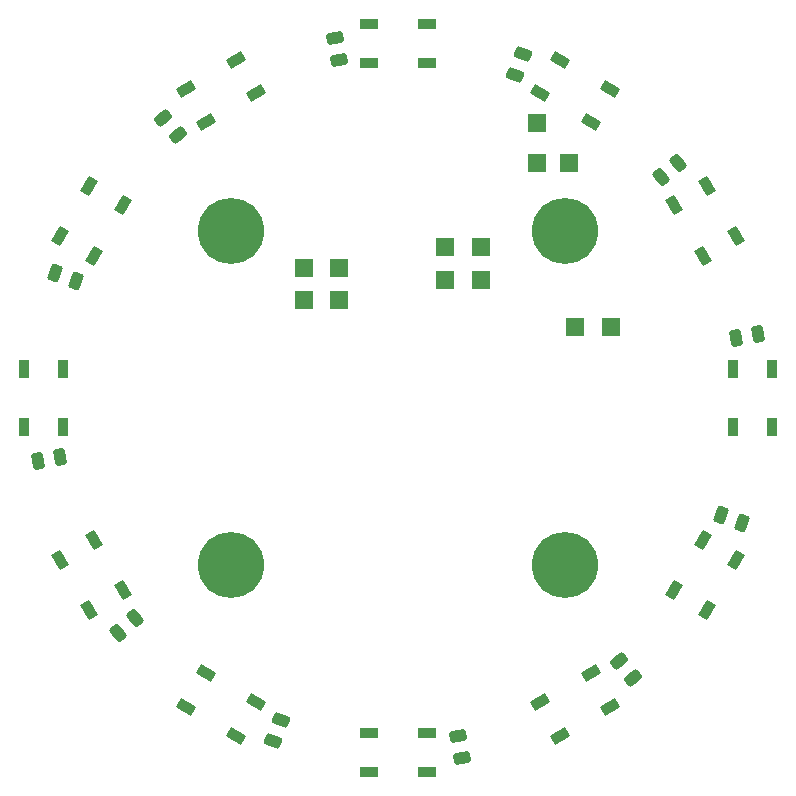
<source format=gbr>
%TF.GenerationSoftware,KiCad,Pcbnew,8.0.7*%
%TF.CreationDate,2024-12-28T18:39:16-05:00*%
%TF.ProjectId,nob,6e6f622e-6b69-4636-9164-5f7063625858,rev?*%
%TF.SameCoordinates,Original*%
%TF.FileFunction,Soldermask,Bot*%
%TF.FilePolarity,Negative*%
%FSLAX46Y46*%
G04 Gerber Fmt 4.6, Leading zero omitted, Abs format (unit mm)*
G04 Created by KiCad (PCBNEW 8.0.7) date 2024-12-28 18:39:16*
%MOMM*%
%LPD*%
G01*
G04 APERTURE LIST*
G04 Aperture macros list*
%AMRoundRect*
0 Rectangle with rounded corners*
0 $1 Rounding radius*
0 $2 $3 $4 $5 $6 $7 $8 $9 X,Y pos of 4 corners*
0 Add a 4 corners polygon primitive as box body*
4,1,4,$2,$3,$4,$5,$6,$7,$8,$9,$2,$3,0*
0 Add four circle primitives for the rounded corners*
1,1,$1+$1,$2,$3*
1,1,$1+$1,$4,$5*
1,1,$1+$1,$6,$7*
1,1,$1+$1,$8,$9*
0 Add four rect primitives between the rounded corners*
20,1,$1+$1,$2,$3,$4,$5,0*
20,1,$1+$1,$4,$5,$6,$7,0*
20,1,$1+$1,$6,$7,$8,$9,0*
20,1,$1+$1,$8,$9,$2,$3,0*%
G04 Aperture macros list end*
%ADD10RoundRect,0.250000X0.550000X0.550000X-0.550000X0.550000X-0.550000X-0.550000X0.550000X-0.550000X0*%
%ADD11RoundRect,0.250000X-0.550000X-0.550000X0.550000X-0.550000X0.550000X0.550000X-0.550000X0.550000X0*%
%ADD12C,3.600000*%
%ADD13C,5.600000*%
%ADD14RoundRect,0.250000X0.397383X0.360849X-0.072464X0.531859X-0.397383X-0.360849X0.072464X-0.531859X0*%
%ADD15RoundRect,0.250000X0.511196X-0.163719X0.424372X0.328685X-0.511196X0.163719X-0.424372X-0.328685X0*%
%ADD16RoundRect,0.250000X0.163719X0.511196X-0.328685X0.424372X-0.163719X-0.511196X0.328685X-0.424372X0*%
%ADD17RoundRect,0.090000X0.391577X0.641769X-0.751577X-0.018231X-0.391577X-0.641769X0.751577X0.018231X0*%
%ADD18RoundRect,0.090000X-0.360000X0.660000X-0.360000X-0.660000X0.360000X-0.660000X0.360000X0.660000X0*%
%ADD19RoundRect,0.090000X0.751577X-0.018231X-0.391577X0.641769X-0.751577X0.018231X0.391577X-0.641769X0*%
%ADD20RoundRect,0.090000X-0.660000X-0.360000X0.660000X-0.360000X0.660000X0.360000X-0.660000X0.360000X0*%
%ADD21RoundRect,0.090000X0.660000X0.360000X-0.660000X0.360000X-0.660000X-0.360000X0.660000X-0.360000X0*%
%ADD22RoundRect,0.250000X-0.163719X-0.511196X0.328685X-0.424372X0.163719X0.511196X-0.328685X0.424372X0*%
%ADD23RoundRect,0.250000X-0.113813X0.524568X-0.496835X0.203174X0.113813X-0.524568X0.496835X-0.203174X0*%
%ADD24RoundRect,0.090000X-0.641769X0.391577X0.018231X-0.751577X0.641769X-0.391577X-0.018231X0.751577X0*%
%ADD25RoundRect,0.250000X0.360849X-0.397383X0.531859X0.072464X-0.360849X0.397383X-0.531859X-0.072464X0*%
%ADD26RoundRect,0.090000X0.641769X-0.391577X-0.018231X0.751577X-0.641769X0.391577X0.018231X-0.751577X0*%
%ADD27RoundRect,0.090000X0.018231X0.751577X-0.641769X-0.391577X-0.018231X-0.751577X0.641769X0.391577X0*%
%ADD28RoundRect,0.090000X-0.751577X0.018231X0.391577X-0.641769X0.751577X-0.018231X-0.391577X0.641769X0*%
%ADD29RoundRect,0.250000X0.113813X-0.524568X0.496835X-0.203174X-0.113813X0.524568X-0.496835X0.203174X0*%
%ADD30RoundRect,0.090000X0.360000X-0.660000X0.360000X0.660000X-0.360000X0.660000X-0.360000X-0.660000X0*%
%ADD31RoundRect,0.250000X-0.360849X0.397383X-0.531859X-0.072464X0.360849X-0.397383X0.531859X0.072464X0*%
%ADD32RoundRect,0.250000X0.524568X0.113813X0.203174X0.496835X-0.524568X-0.113813X-0.203174X-0.496835X0*%
%ADD33RoundRect,0.250000X-0.511196X0.163719X-0.424372X-0.328685X0.511196X-0.163719X0.424372X0.328685X0*%
%ADD34RoundRect,0.090000X-0.018231X-0.751577X0.641769X0.391577X0.018231X0.751577X-0.641769X-0.391577X0*%
%ADD35RoundRect,0.250000X-0.524568X-0.113813X-0.203174X-0.496835X0.524568X0.113813X0.203174X0.496835X0*%
%ADD36RoundRect,0.090000X-0.391577X-0.641769X0.751577X0.018231X0.391577X0.641769X-0.751577X-0.018231X0*%
%ADD37RoundRect,0.250000X-0.397383X-0.360849X0.072464X-0.531859X0.397383X0.360849X-0.072464X0.531859X0*%
G04 APERTURE END LIST*
D10*
%TO.C,G8*%
X137000000Y-60000000D03*
%TD*%
D11*
%TO.C,G9*%
X137000000Y-57250000D03*
%TD*%
D10*
%TO.C,P0*%
X141750000Y-50150000D03*
%TD*%
D12*
%TO.C,H3*%
X115857864Y-55857864D03*
D13*
X115857864Y-55857864D03*
%TD*%
D12*
%TO.C,H2*%
X115857864Y-84142136D03*
D13*
X115857864Y-84142136D03*
%TD*%
D11*
%TO.C,G2*%
X122000000Y-59000000D03*
%TD*%
D12*
%TO.C,H1*%
X144142136Y-84142136D03*
D13*
X144142136Y-84142136D03*
%TD*%
D11*
%TO.C,G3*%
X125000000Y-61750000D03*
%TD*%
D10*
%TO.C,G7*%
X134000000Y-60000000D03*
%TD*%
D11*
%TO.C,P1.5*%
X144500000Y-50150000D03*
%TD*%
%TO.C,G10*%
X134000000Y-57250000D03*
%TD*%
%TO.C,P10*%
X122000000Y-61750000D03*
%TD*%
D12*
%TO.C,H4*%
X144142136Y-55857864D03*
D13*
X144142136Y-55857864D03*
%TD*%
D11*
%TO.C,G4*%
X125000000Y-59000000D03*
%TD*%
D10*
%TO.C,P1*%
X141750000Y-46750000D03*
%TD*%
D14*
%TO.C,C13*%
X159083487Y-80585523D03*
X157298071Y-79935685D03*
%TD*%
D15*
%TO.C,C11*%
X135374411Y-100479800D03*
X135044479Y-98608666D03*
%TD*%
D16*
%TO.C,C2*%
X160479800Y-64625589D03*
X158608666Y-64955521D03*
%TD*%
D17*
%TO.C,D5*%
X146296762Y-93326820D03*
X147946762Y-96184704D03*
X143703238Y-98634704D03*
X142053238Y-95776820D03*
%TD*%
D18*
%TO.C,D7*%
X158350000Y-67550000D03*
X161650000Y-67550000D03*
X161650000Y-72450000D03*
X158350000Y-72450000D03*
%TD*%
D19*
%TO.C,D3*%
X117946762Y-95776820D03*
X116296762Y-98634704D03*
X112053238Y-96184704D03*
X113703238Y-93326820D03*
%TD*%
D20*
%TO.C,D10*%
X127550000Y-41650000D03*
X127550000Y-38350000D03*
X132450000Y-38350000D03*
X132450000Y-41650000D03*
%TD*%
D21*
%TO.C,D4*%
X132450000Y-98350000D03*
X132450000Y-101650000D03*
X127550000Y-101650000D03*
X127550000Y-98350000D03*
%TD*%
D22*
%TO.C,C8*%
X99520200Y-75374411D03*
X101391334Y-75044479D03*
%TD*%
D23*
%TO.C,C3*%
X153709075Y-50105724D03*
X152253591Y-51327020D03*
%TD*%
D11*
%TO.C,BAT_P1*%
X145000000Y-64000000D03*
%TD*%
%TO.C,BAT_N1*%
X148000000Y-64000000D03*
%TD*%
D24*
%TO.C,D8*%
X153326820Y-53703238D03*
X156184704Y-52053238D03*
X158634704Y-56296762D03*
X155776820Y-57946762D03*
%TD*%
D25*
%TO.C,C10*%
X119414477Y-99083487D03*
X120064315Y-97298071D03*
%TD*%
D26*
%TO.C,D2*%
X106673180Y-86296762D03*
X103815296Y-87946762D03*
X101365296Y-83703238D03*
X104223180Y-82053238D03*
%TD*%
D27*
%TO.C,D6*%
X155776820Y-82053238D03*
X158634704Y-83703238D03*
X156184704Y-87946762D03*
X153326820Y-86296762D03*
%TD*%
D28*
%TO.C,D9*%
X142053238Y-44223180D03*
X143703238Y-41365296D03*
X147946762Y-43815296D03*
X146296762Y-46673180D03*
%TD*%
D29*
%TO.C,C9*%
X106290925Y-89894276D03*
X107746409Y-88672980D03*
%TD*%
D30*
%TO.C,D1*%
X101650000Y-72450000D03*
X98350000Y-72450000D03*
X98350000Y-67550000D03*
X101650000Y-67550000D03*
%TD*%
D31*
%TO.C,C4*%
X140585523Y-40916513D03*
X139935685Y-42701929D03*
%TD*%
D32*
%TO.C,C12*%
X149894276Y-93709075D03*
X148672980Y-92253591D03*
%TD*%
D33*
%TO.C,C5*%
X124625589Y-39520200D03*
X124955521Y-41391334D03*
%TD*%
D34*
%TO.C,D12*%
X104223180Y-57946762D03*
X101365296Y-56296762D03*
X103815296Y-52053238D03*
X106673180Y-53703238D03*
%TD*%
D35*
%TO.C,C6*%
X110105724Y-46290925D03*
X111327020Y-47746409D03*
%TD*%
D36*
%TO.C,D11*%
X113703238Y-46673180D03*
X112053238Y-43815296D03*
X116296762Y-41365296D03*
X117946762Y-44223180D03*
%TD*%
D37*
%TO.C,C7*%
X100916513Y-59414477D03*
X102701929Y-60064315D03*
%TD*%
M02*

</source>
